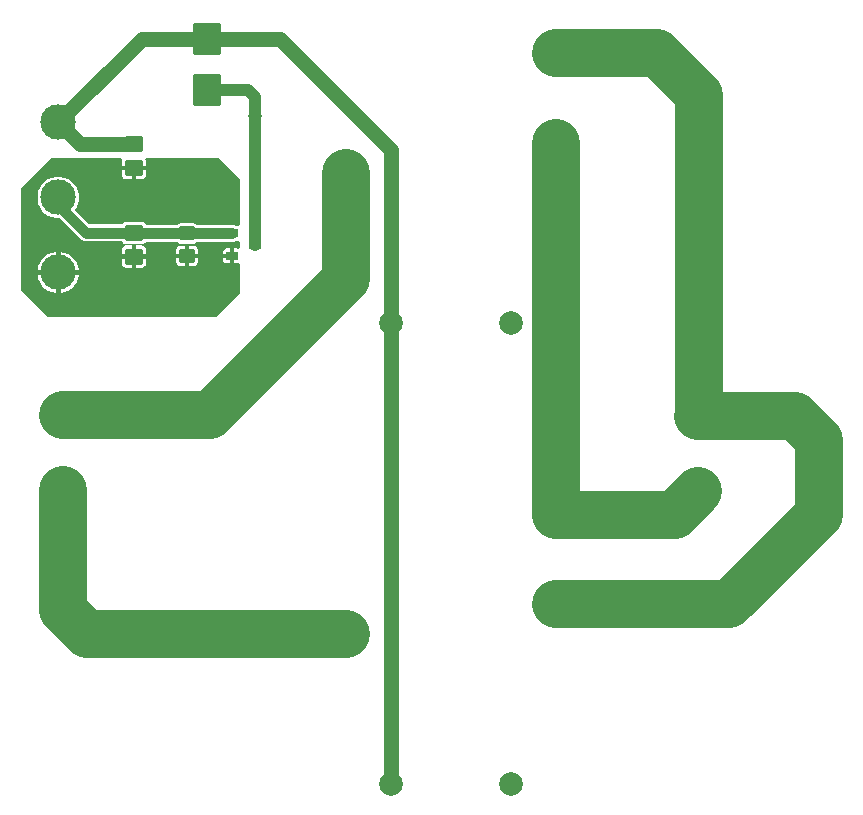
<source format=gtl>
G04*
G04 #@! TF.GenerationSoftware,Altium Limited,Altium Designer,21.4.1 (30)*
G04*
G04 Layer_Physical_Order=1*
G04 Layer_Color=255*
%FSLAX25Y25*%
%MOIN*%
G70*
G04*
G04 #@! TF.SameCoordinates,A6571A55-D74C-4003-A557-C9CE236E7139*
G04*
G04*
G04 #@! TF.FilePolarity,Positive*
G04*
G01*
G75*
G04:AMPARAMS|DCode=24|XSize=96.46mil|YSize=104.33mil|CornerRadius=7.23mil|HoleSize=0mil|Usage=FLASHONLY|Rotation=180.000|XOffset=0mil|YOffset=0mil|HoleType=Round|Shape=RoundedRectangle|*
%AMROUNDEDRECTD24*
21,1,0.09646,0.08986,0,0,180.0*
21,1,0.08199,0.10433,0,0,180.0*
1,1,0.01447,-0.04099,0.04493*
1,1,0.01447,0.04099,0.04493*
1,1,0.01447,0.04099,-0.04493*
1,1,0.01447,-0.04099,-0.04493*
%
%ADD24ROUNDEDRECTD24*%
G04:AMPARAMS|DCode=25|XSize=53.15mil|YSize=61.02mil|CornerRadius=3.99mil|HoleSize=0mil|Usage=FLASHONLY|Rotation=90.000|XOffset=0mil|YOffset=0mil|HoleType=Round|Shape=RoundedRectangle|*
%AMROUNDEDRECTD25*
21,1,0.05315,0.05305,0,0,90.0*
21,1,0.04518,0.06102,0,0,90.0*
1,1,0.00797,0.02653,0.02259*
1,1,0.00797,0.02653,-0.02259*
1,1,0.00797,-0.02653,-0.02259*
1,1,0.00797,-0.02653,0.02259*
%
%ADD25ROUNDEDRECTD25*%
G04:AMPARAMS|DCode=26|XSize=47.24mil|YSize=51.18mil|CornerRadius=3.54mil|HoleSize=0mil|Usage=FLASHONLY|Rotation=90.000|XOffset=0mil|YOffset=0mil|HoleType=Round|Shape=RoundedRectangle|*
%AMROUNDEDRECTD26*
21,1,0.04724,0.04409,0,0,90.0*
21,1,0.04016,0.05118,0,0,90.0*
1,1,0.00709,0.02205,0.02008*
1,1,0.00709,0.02205,-0.02008*
1,1,0.00709,-0.02205,-0.02008*
1,1,0.00709,-0.02205,0.02008*
%
%ADD26ROUNDEDRECTD26*%
G04:AMPARAMS|DCode=27|XSize=29.53mil|YSize=39.37mil|CornerRadius=2.22mil|HoleSize=0mil|Usage=FLASHONLY|Rotation=90.000|XOffset=0mil|YOffset=0mil|HoleType=Round|Shape=RoundedRectangle|*
%AMROUNDEDRECTD27*
21,1,0.02953,0.03494,0,0,90.0*
21,1,0.02510,0.03937,0,0,90.0*
1,1,0.00443,0.01747,0.01255*
1,1,0.00443,0.01747,-0.01255*
1,1,0.00443,-0.01747,-0.01255*
1,1,0.00443,-0.01747,0.01255*
%
%ADD27ROUNDEDRECTD27*%
%ADD28C,0.16000*%
%ADD29C,0.04000*%
%ADD30C,0.05000*%
%ADD31C,0.03500*%
%ADD32C,0.07874*%
%ADD33C,0.12795*%
%ADD34C,0.11811*%
%ADD35C,0.04500*%
G36*
X-75000Y87000D02*
Y71478D01*
X-75500Y71151D01*
X-75751Y71201D01*
X-76265D01*
X-76839Y71439D01*
X-77557Y71533D01*
X-89237D01*
X-89338Y71685D01*
X-89786Y71984D01*
X-90315Y72089D01*
X-94724D01*
X-95253Y71984D01*
X-95701Y71685D01*
X-95802Y71533D01*
X-106233D01*
X-106266Y71702D01*
X-106575Y72165D01*
X-107038Y72474D01*
X-107584Y72583D01*
X-112889D01*
X-113435Y72474D01*
X-113897Y72165D01*
X-114188Y71730D01*
X-125062D01*
X-129897Y76565D01*
X-129314Y77438D01*
X-128793Y78694D01*
X-128528Y80028D01*
Y81389D01*
X-128793Y82723D01*
X-129314Y83980D01*
X-130069Y85111D01*
X-131031Y86072D01*
X-132162Y86828D01*
X-133419Y87349D01*
X-134753Y87614D01*
X-136113D01*
X-137447Y87349D01*
X-138704Y86828D01*
X-139835Y86072D01*
X-140797Y85111D01*
X-141553Y83980D01*
X-142073Y82723D01*
X-142339Y81389D01*
Y80028D01*
X-142073Y78694D01*
X-141553Y77438D01*
X-140797Y76307D01*
X-139835Y75345D01*
X-138704Y74589D01*
X-137447Y74068D01*
X-136113Y73803D01*
X-134980D01*
X-128172Y66995D01*
X-127597Y66554D01*
X-126928Y66277D01*
X-126210Y66183D01*
X-114224D01*
X-114206Y66093D01*
X-113897Y65630D01*
X-113435Y65321D01*
X-112889Y65213D01*
X-107584D01*
X-107038Y65321D01*
X-106575Y65630D01*
X-106338Y65986D01*
X-95881D01*
X-95701Y65716D01*
X-95253Y65417D01*
X-94724Y65312D01*
X-90315D01*
X-89786Y65417D01*
X-89338Y65716D01*
X-89159Y65986D01*
X-77944D01*
X-77498Y65927D01*
X-76780Y66022D01*
X-76348Y66201D01*
X-75751D01*
X-75500Y66250D01*
X-75000Y65923D01*
Y63998D01*
X-75500Y63671D01*
X-75751Y63721D01*
X-76748D01*
Y61221D01*
Y58720D01*
X-75751D01*
X-75500Y58770D01*
X-75000Y58443D01*
Y49000D01*
X-83000Y41000D01*
X-139000D01*
X-148000Y50000D01*
Y84000D01*
X-138000Y94000D01*
X-114377D01*
X-114110Y93500D01*
X-114206Y93356D01*
X-114315Y92810D01*
Y91301D01*
X-110236D01*
X-106158D01*
Y92810D01*
X-106266Y93356D01*
X-106363Y93500D01*
X-106095Y94000D01*
X-82000D01*
X-75000Y87000D01*
D02*
G37*
%LPC*%
G36*
X-106158Y89801D02*
X-109486D01*
Y86866D01*
X-107584D01*
X-107038Y86975D01*
X-106575Y87284D01*
X-106266Y87747D01*
X-106158Y88292D01*
Y89801D01*
D02*
G37*
G36*
X-110986D02*
X-114315D01*
Y88292D01*
X-114206Y87747D01*
X-113897Y87284D01*
X-113435Y86975D01*
X-112889Y86866D01*
X-110986D01*
Y89801D01*
D02*
G37*
G36*
X-78248Y63721D02*
X-79245D01*
X-79722Y63626D01*
X-80126Y63356D01*
X-80396Y62952D01*
X-80490Y62475D01*
Y61971D01*
X-78248D01*
Y63721D01*
D02*
G37*
G36*
X-90315Y64609D02*
X-91770D01*
Y61971D01*
X-88934D01*
Y63228D01*
X-89039Y63757D01*
X-89338Y64205D01*
X-89786Y64504D01*
X-90315Y64609D01*
D02*
G37*
G36*
X-93270D02*
X-94724D01*
X-95253Y64504D01*
X-95701Y64205D01*
X-96000Y63757D01*
X-96105Y63228D01*
Y61971D01*
X-93270D01*
Y64609D01*
D02*
G37*
G36*
X-107584Y64709D02*
X-109486D01*
Y61774D01*
X-106158D01*
Y63283D01*
X-106266Y63828D01*
X-106575Y64291D01*
X-107038Y64600D01*
X-107584Y64709D01*
D02*
G37*
G36*
X-110986D02*
X-112889D01*
X-113435Y64600D01*
X-113897Y64291D01*
X-114206Y63828D01*
X-114315Y63283D01*
Y61774D01*
X-110986D01*
Y64709D01*
D02*
G37*
G36*
X-78248Y60470D02*
X-80490D01*
Y59966D01*
X-80396Y59489D01*
X-80126Y59085D01*
X-79722Y58815D01*
X-79245Y58720D01*
X-78248D01*
Y60470D01*
D02*
G37*
G36*
X-88934Y60470D02*
X-91770D01*
Y57832D01*
X-90315D01*
X-89786Y57937D01*
X-89338Y58236D01*
X-89039Y58684D01*
X-88934Y59213D01*
Y60470D01*
D02*
G37*
G36*
X-93270D02*
X-96105D01*
Y59213D01*
X-96000Y58684D01*
X-95701Y58236D01*
X-95253Y57937D01*
X-94724Y57832D01*
X-93270D01*
Y60470D01*
D02*
G37*
G36*
X-106158Y60274D02*
X-109486D01*
Y57339D01*
X-107584D01*
X-107038Y57447D01*
X-106575Y57756D01*
X-106266Y58219D01*
X-106158Y58765D01*
Y60274D01*
D02*
G37*
G36*
X-110986D02*
X-114315D01*
Y58765D01*
X-114206Y58219D01*
X-113897Y57756D01*
X-113435Y57447D01*
X-112889Y57339D01*
X-110986D01*
Y60274D01*
D02*
G37*
G36*
X-134683Y62600D02*
Y56459D01*
X-128542D01*
X-128793Y57723D01*
X-129314Y58980D01*
X-130069Y60111D01*
X-131031Y61072D01*
X-132162Y61828D01*
X-133419Y62349D01*
X-134683Y62600D01*
D02*
G37*
G36*
X-136183D02*
X-137447Y62349D01*
X-138704Y61828D01*
X-139835Y61072D01*
X-140797Y60111D01*
X-141553Y58980D01*
X-142073Y57723D01*
X-142325Y56459D01*
X-136183D01*
Y62600D01*
D02*
G37*
G36*
Y54959D02*
X-142325D01*
X-142073Y53694D01*
X-141553Y52438D01*
X-140797Y51307D01*
X-139835Y50345D01*
X-138704Y49589D01*
X-137447Y49068D01*
X-136183Y48817D01*
Y54959D01*
D02*
G37*
G36*
X-128542D02*
X-134683D01*
Y48817D01*
X-133419Y49068D01*
X-132162Y49589D01*
X-131031Y50345D01*
X-130069Y51307D01*
X-129314Y52438D01*
X-128793Y53694D01*
X-128542Y54959D01*
D02*
G37*
%LPD*%
D24*
X-86000Y116535D02*
D03*
Y133465D02*
D03*
D25*
X-110236Y68898D02*
D03*
Y61024D02*
D03*
Y90551D02*
D03*
Y98425D02*
D03*
D26*
X-92520Y68701D02*
D03*
Y61221D02*
D03*
D27*
X-77498Y68701D02*
D03*
Y61221D02*
D03*
X-69746Y64961D02*
D03*
D28*
X-39370Y53630D02*
Y88819D01*
X-133858Y8169D02*
X-84831D01*
X-39370Y53630D01*
X-133858Y-56652D02*
Y-16831D01*
X-125786Y-64724D02*
X-39370D01*
X-133858Y-56652D02*
X-125786Y-64724D01*
X30630Y-25118D02*
X70059D01*
X30630Y-24724D02*
Y98819D01*
X70059Y-25118D02*
X77953Y-17224D01*
X78000Y7823D02*
Y115000D01*
X77953Y7776D02*
X110224D01*
X30630Y128819D02*
X64181D01*
X118000Y-25000D02*
Y0D01*
X88276Y-54724D02*
X118000Y-25000D01*
X30630Y-54724D02*
X88276D01*
X77953Y7776D02*
X78000Y7823D01*
X64181Y128819D02*
X78000Y115000D01*
X110224Y7776D02*
X118000Y0D01*
D29*
X-70000Y108000D02*
Y114192D01*
X-86000Y116535D02*
X-72343D01*
X-70000Y114192D01*
Y108000D02*
X-69746Y107746D01*
Y64961D02*
Y107746D01*
D30*
X-93000Y133465D02*
X-61465D01*
X-135433Y105709D02*
X-107677Y133465D01*
X-61465D02*
X-24370Y96370D01*
X-107677Y133465D02*
X-93000D01*
X-135433Y105709D02*
X-128150Y98425D01*
X-110236D01*
X-24370Y38819D02*
Y96370D01*
Y-114724D02*
Y38819D01*
D31*
X-135433Y78179D02*
X-126210Y68956D01*
X-92520Y68701D02*
X-92461Y68760D01*
X-135433Y78179D02*
Y80709D01*
X-110295Y68956D02*
X-110098Y68760D01*
X-92461D02*
X-77557D01*
X-77498Y68701D01*
X-110098Y68760D02*
X-92578D01*
X-92520Y68701D01*
X-126210Y68956D02*
X-110295D01*
D32*
X15630Y38819D02*
D03*
X-24370D02*
D03*
X15630Y-114724D02*
D03*
X-24370D02*
D03*
D33*
X-39370Y88819D02*
D03*
X30630Y128819D02*
D03*
Y98819D02*
D03*
X-39370Y-64724D02*
D03*
X30630Y-24724D02*
D03*
Y-54724D02*
D03*
D34*
X77953Y-17224D02*
D03*
Y7776D02*
D03*
X-135433Y105709D02*
D03*
Y80709D02*
D03*
Y55709D02*
D03*
X-133858Y8169D02*
D03*
Y-16831D02*
D03*
D35*
X-70000Y108000D02*
D03*
M02*

</source>
